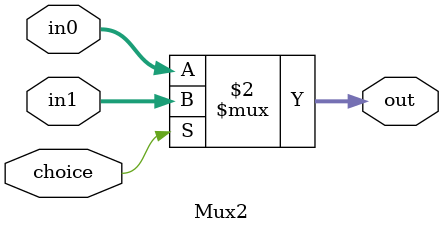
<source format=v>
module Mux2(
    input choice,
    input [15:0] in0,
    input [15:0] in1,
    output [15:0] out
    );
    
    assign out = (choice==0) ? in0 : in1;
    
endmodule 
</source>
